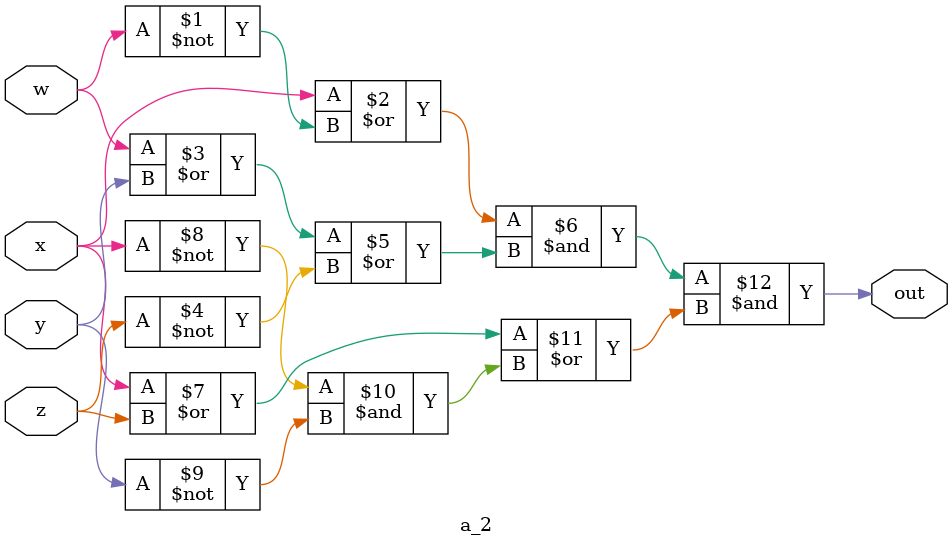
<source format=v>
`timescale 1ns / 1ps


module a_2(
    input w,
    input x,
    input y,
    input z,
    output out
    );
assign out = (x|(~w)) & (w|y|(~z)) & (x|z|(~x)&(~y));
endmodule

</source>
